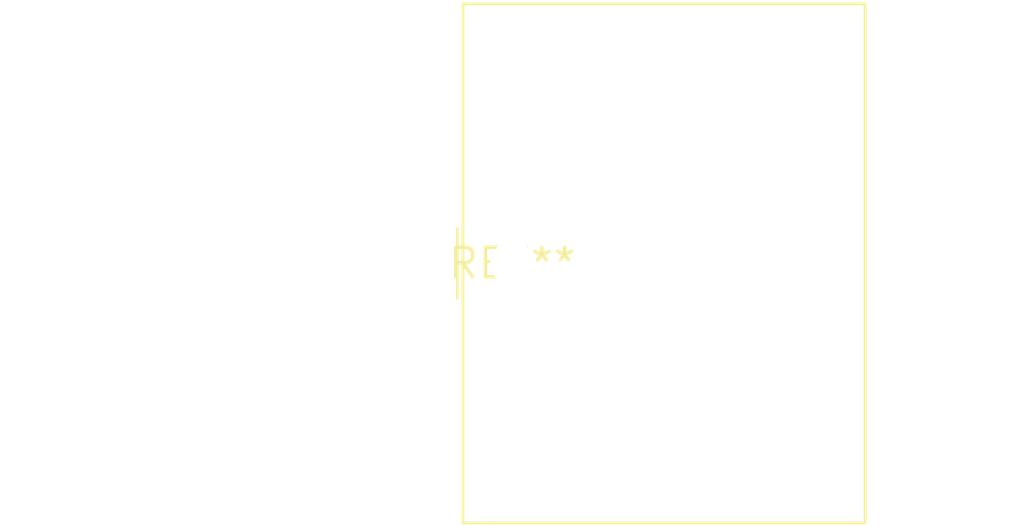
<source format=kicad_pcb>
(kicad_pcb (version 20240108) (generator pcbnew)
  (layers (0 "F.Cu" signal) (31 "B.Cu" signal) (34 "B.Paste" user) (35 "F.Paste" user) (36 "B.SilkS" user "B.Silkscreen") (37 "F.SilkS" user "F.Silkscreen") (38 "B.Mask" user) (39 "F.Mask" user) (44 "Edge.Cuts" user))
  (net 0 "")
  (footprint "L_Wurth_WE-HCFT-2012_LeadDiameter1.5mm" (layer "F.Cu") (at 0 0)
    (property "Reference" "REF**")
    (property "Value" "L_Wurth_WE-HCFT-2012_LeadDiameter1.5mm")
    (fp_line (start -2.35 1.5) (end -2.35 -1.5) (layer "F.SilkS") (stroke (width 0.12)))
    (fp_rect (start -2.11 -11.11) (end 15.11 11.11) (layer "F.SilkS") (stroke (width 0.12)) (fill none))
    (pad "1" thru_hole rect (at 0 0) (size 2.85 2.85) (drill 1.9) (layers *.Cu *.Mask) (remove_unused_layers))
    (pad "2" thru_hole circle (at 13 0) (size 2.85 2.85) (drill 1.9) (layers *.Cu *.Mask) (remove_unused_layers))
  )
)
</source>
